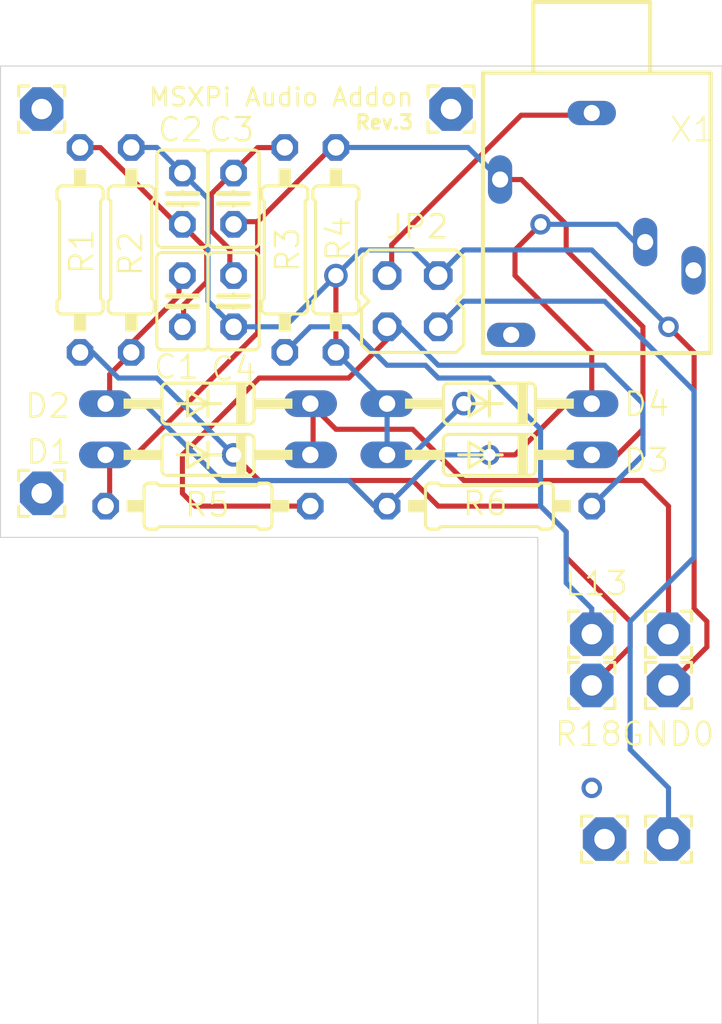
<source format=kicad_pcb>
(kicad_pcb (version 20211014) (generator pcbnew)
  (layers (0 "F.Cu" signal) (31 "B.Cu" signal) (34 "B.Paste" user) (35 "F.Paste" user) (36 "B.SilkS" user "B.Silkscreen") (37 "F.SilkS" user "F.Silkscreen") (38 "B.Mask" user) (39 "F.Mask" user) (44 "Edge.Cuts" user))
  (net 0 "")
  (net 1 "N$1")
  (net 2 "N$3")
  (net 3 "LOUT_R")
  (net 4 "GND")
  (net 5 "N$6")
  (net 6 "N$7")
  (net 7 "LOUT_L")
  (net 8 "VCC")
  (net 9 "N$2")
  (net 10 "N$4")
  (net 11 "N$8")
  (footprint "MSXPi_Audio:1503_09" (layer "F.Cu") (at 160.4136 81.5086)
    (fp_text reference "X1" (at 3.81 2.92) (layer "F.SilkS") (effects (font (size 1.176528 1.176528) (thickness 0.093472)) (justify left)))
    (fp_text value "1503_09" hide)
    (pad "1" thru_hole oval (at 0 2.1 180) (size 2.4 1.2) (drill 0.8) (layers *.Cu *.Mask) (net 11 "N$8"))
    (pad "2" thru_hole oval (at -4.55 5.4 90) (size 2.4 1.2) (drill 0.8) (layers *.Cu *.Mask) (net 7 "LOUT_L"))
    (pad "3" thru_hole oval (at 5.05 9.9 90) (size 2.4 1.2) (drill 0.8) (layers *.Cu *.Mask))
    (pad "4" thru_hole oval (at -4 13.1 180) (size 2.4 1.2) (drill 0.8) (layers *.Cu *.Mask))
    (pad "5" thru_hole oval (at 2.65 8.5 90) (size 2.4 1.2) (drill 0.8) (layers *.Cu *.Mask) (net 3 "LOUT_R"))
  )
  (footprint "MSXPi_Audio:0207_10" (layer "F.Cu") (at 145.1736 90.3986 90)
    (fp_text reference "R3" (at -1.200599 0.136918 90) (layer "F.SilkS") (effects (font (size 1.1557 1.1557) (thickness 0.1143)) (justify left)))
    (fp_text value "")
    (pad "1" thru_hole roundrect (at -5.08 0 90) (size 1.3208 1.3208) (drill 0.8128) (layers *.Cu *.Mask) (chamfer_ratio 0.2928932188) (chamfer top_left top_right bottom_left bottom_right) (net 5 "N$6"))
    (pad "2" thru_hole roundrect (at 5.08 0 90) (size 1.3208 1.3208) (drill 0.8128) (layers *.Cu *.Mask) (chamfer_ratio 0.2928932188) (chamfer top_left top_right bottom_left bottom_right) (net 6 "N$7"))
  )
  (footprint "MSXPi_Audio:DO35-10" (layer "F.Cu") (at 155.3336 100.5586 180)
    (fp_text reference "D3" (at -9.0044 -0.2794) (layer "F.SilkS") (effects (font (size 1.1557 1.1557) (thickness 0.1143)) (justify right)))
    (fp_text value "1N4148DO35-10" hide)
    (pad "A" thru_hole oval (at 5.08 0 180) (size 2.6416 1.3208) (drill 0.8128) (layers *.Cu *.Mask) (net 4 "GND"))
    (pad "C" thru_hole oval (at -5.08 0 180) (size 2.6416 1.3208) (drill 0.8128) (layers *.Cu *.Mask) (net 7 "LOUT_L"))
  )
  (footprint "MSXPi_Audio:DO35-10" (layer "F.Cu") (at 141.3636 100.5586 180)
    (fp_text reference "D1" (at 6.703964 0.148217) (layer "F.SilkS") (effects (font (size 1.1557 1.1557) (thickness 0.1143)) (justify right)))
    (fp_text value "1N4148DO35-10" hide)
    (pad "A" thru_hole oval (at 5.08 0 180) (size 2.6416 1.3208) (drill 0.8128) (layers *.Cu *.Mask) (net 7 "LOUT_L"))
    (pad "C" thru_hole oval (at -5.08 0 180) (size 2.6416 1.3208) (drill 0.8128) (layers *.Cu *.Mask) (net 8 "VCC"))
  )
  (footprint "MSXPi_Audio:DO35-10" (layer "F.Cu") (at 141.3636 98.0186 180)
    (fp_text reference "D2" (at 6.752377 -0.116367) (layer "F.SilkS") (effects (font (size 1.1557 1.1557) (thickness 0.1143)) (justify right)))
    (fp_text value "1N4148DO35-10" hide)
    (pad "A" thru_hole oval (at 5.08 0 180) (size 2.6416 1.3208) (drill 0.8128) (layers *.Cu *.Mask) (net 3 "LOUT_R"))
    (pad "C" thru_hole oval (at -5.08 0 180) (size 2.6416 1.3208) (drill 0.8128) (layers *.Cu *.Mask) (net 8 "VCC"))
  )
  (footprint "MSXPi_Audio:0207_10" (layer "F.Cu") (at 137.5536 90.3986 -90)
    (fp_text reference "R2" (at 1.394251 0.037591 90) (layer "F.SilkS") (effects (font (size 1.1557 1.1557) (thickness 0.1143)) (justify left)))
    (fp_text value "")
    (pad "1" thru_hole roundrect (at -5.08 0 270) (size 1.3208 1.3208) (drill 0.8128) (layers *.Cu *.Mask) (chamfer_ratio 0.2928932188) (chamfer top_left top_right bottom_left bottom_right) (net 4 "GND"))
    (pad "2" thru_hole roundrect (at 5.08 0 270) (size 1.3208 1.3208) (drill 0.8128) (layers *.Cu *.Mask) (chamfer_ratio 0.2928932188) (chamfer top_left top_right bottom_left bottom_right) (net 3 "LOUT_R"))
  )
  (footprint "MSXPi_Audio:0207_10" (layer "F.Cu") (at 141.3636 103.0986)
    (fp_text reference "R5" (at -1.233283 0.603874) (layer "F.SilkS") (effects (font (size 1.143 1.143) (thickness 0.127)) (justify left bottom)))
    (fp_text value "")
    (pad "1" thru_hole roundrect (at -5.08 0) (size 1.3208 1.3208) (drill 0.8128) (layers *.Cu *.Mask) (chamfer_ratio 0.2928932188) (chamfer top_left top_right bottom_left bottom_right) (net 7 "LOUT_L"))
    (pad "2" thru_hole roundrect (at 5.08 0) (size 1.3208 1.3208) (drill 0.8128) (layers *.Cu *.Mask) (chamfer_ratio 0.2928932188) (chamfer top_left top_right bottom_left bottom_right) (net 9 "N$2"))
  )
  (footprint "MSXPi_Audio:0207_10" (layer "F.Cu") (at 147.7136 90.3986 90)
    (fp_text reference "R4" (at 1.7526 0.1144 90) (layer "F.SilkS") (effects (font (size 1.1557 1.1557) (thickness 0.1143)) (justify right)))
    (fp_text value "")
    (pad "1" thru_hole roundrect (at -5.08 0 90) (size 1.3208 1.3208) (drill 0.8128) (layers *.Cu *.Mask) (chamfer_ratio 0.2928932188) (chamfer top_left top_right bottom_left bottom_right) (net 4 "GND"))
    (pad "2" thru_hole roundrect (at 5.08 0 90) (size 1.3208 1.3208) (drill 0.8128) (layers *.Cu *.Mask) (chamfer_ratio 0.2928932188) (chamfer top_left top_right bottom_left bottom_right) (net 7 "LOUT_L"))
  )
  (footprint "MSXPi_Audio:2,15_1,0" (layer "F.Cu") (at 153.4286 83.4136)
    (fp_text reference "UNK5" hide)
    (fp_text value "")
    (pad "1" thru_hole roundrect (at 0 0) (size 2.159 2.159) (drill 1.016) (layers *.Cu *.Mask) (chamfer_ratio 0.2928932188) (chamfer top_left top_right bottom_left bottom_right))
  )
  (footprint "MSXPi_Audio:2,15_1,0" (layer "F.Cu") (at 160.4136 109.4486)
    (fp_text reference "L13" (at -1.4096 -2.5146) (layer "F.SilkS") (effects (font (size 1.1557 1.1557) (thickness 0.1143)) (justify left)))
    (fp_text value "")
    (pad "1" thru_hole roundrect (at 0 0) (size 2.159 2.159) (drill 1.016) (layers *.Cu *.Mask) (chamfer_ratio 0.2928932188) (chamfer top_left top_right bottom_left bottom_right) (net 5 "N$6"))
  )
  (footprint "" (layer "F.Cu") (at 162.3186 123.4186)
    (fp_text reference "@HOLE0" hide)
    (fp_text value "" (at 0 0) (layer "F.SilkS") (effects (font (size 1.27 1.27))))
    (pad "" np_thru_hole circle (at 0 0) (size 3.81 3.81) (drill 3.81) (layers *.Cu *.Mask))
  )
  (footprint "MSXPi_Audio:2,15_1,0" (layer "F.Cu") (at 133.1086 102.4636)
    (fp_text reference "UNK1" hide)
    (fp_text value "")
    (pad "1" thru_hole roundrect (at 0 0) (size 2.159 2.159) (drill 1.016) (layers *.Cu *.Mask) (chamfer_ratio 0.2928932188) (chamfer top_left top_right bottom_left bottom_right))
  )
  (footprint "MSXPi_Audio:2,15_1,0" (layer "F.Cu") (at 160.4136 111.9886)
    (fp_text reference "R18" (at -1.9176 2.413) (layer "F.SilkS") (effects (font (size 1.1557 1.1557) (thickness 0.1143)) (justify left)))
    (fp_text value "")
    (pad "1" thru_hole roundrect (at 0 0) (size 2.159 2.159) (drill 1.016) (layers *.Cu *.Mask) (chamfer_ratio 0.2928932188) (chamfer top_left top_right bottom_left bottom_right) (net 1 "N$1"))
  )
  (footprint "MSXPi_Audio:2,15_1,0" (layer "F.Cu") (at 161.0486 119.6086)
    (fp_text reference "UNK3" hide)
    (fp_text value "")
    (pad "1" thru_hole roundrect (at 0 0) (size 2.159 2.159) (drill 1.016) (layers *.Cu *.Mask) (chamfer_ratio 0.2928932188) (chamfer top_left top_right bottom_left bottom_right))
  )
  (footprint "MSXPi_Audio:JP2Q" (layer "F.Cu") (at 151.5236 92.9386 90)
    (fp_text reference "JP2" (at 3.0226 -1.4096 180) (layer "F.SilkS") (effects (font (size 1.143 1.143) (thickness 0.127)) (justify left bottom)))
    (fp_text value "" hide)
    (pad "1" thru_hole roundrect (at -1.27 1.27 90) (size 1.4224 1.4224) (drill 0.9144) (layers *.Cu *.Mask) (chamfer_ratio 0.2928932188) (chamfer top_left top_right bottom_left bottom_right) (net 10 "N$4"))
    (pad "2" thru_hole roundrect (at -1.27 -1.27 90) (size 1.4224 1.4224) (drill 0.9144) (layers *.Cu *.Mask) (chamfer_ratio 0.2928932188) (chamfer top_left top_right bottom_left bottom_right) (net 9 "N$2"))
    (pad "3" thru_hole roundrect (at 1.27 1.27 90) (size 1.4224 1.4224) (drill 0.9144) (layers *.Cu *.Mask) (chamfer_ratio 0.2928932188) (chamfer top_left top_right bottom_left bottom_right) (net 4 "GND"))
    (pad "4" thru_hole roundrect (at 1.27 -1.27 90) (size 1.4224 1.4224) (drill 0.9144) (layers *.Cu *.Mask) (chamfer_ratio 0.2928932188) (chamfer top_left top_right bottom_left bottom_right) (net 11 "N$8"))
  )
  (footprint "MSXPi_Audio:2,15_1,0" (layer "F.Cu") (at 133.1086 83.4136)
    (fp_text reference "UNK2" hide)
    (fp_text value "")
    (pad "1" thru_hole roundrect (at 0 0) (size 2.159 2.159) (drill 1.016) (layers *.Cu *.Mask) (chamfer_ratio 0.2928932188) (chamfer top_left top_right bottom_left bottom_right))
  )
  (footprint "MSXPi_Audio:2,15_1,0" (layer "F.Cu") (at 164.2236 109.4486)
    (fp_text reference "UNK3V0" hide)
    (fp_text value "")
    (pad "1" thru_hole roundrect (at 0 0) (size 2.159 2.159) (drill 1.016) (layers *.Cu *.Mask) (chamfer_ratio 0.2928932188) (chamfer top_left top_right bottom_left bottom_right) (net 8 "VCC"))
  )
  (footprint "MSXPi_Audio:C025-025X050" (layer "F.Cu") (at 140.0936 87.8586 90)
    (fp_text reference "C2" (at 3.42454 1.101805) (layer "F.SilkS") (effects (font (size 1.1557 1.1557) (thickness 0.1143)) (justify right)))
    (fp_text value "")
    (pad "1" thru_hole roundrect (at -1.27 0 90) (size 1.3208 1.3208) (drill 0.8128) (layers *.Cu *.Mask) (chamfer_ratio 0.2928932188) (chamfer top_left top_right bottom_left bottom_right) (net 2 "N$3"))
    (pad "2" thru_hole roundrect (at 1.27 0 90) (size 1.3208 1.3208) (drill 0.8128) (layers *.Cu *.Mask) (chamfer_ratio 0.2928932188) (chamfer top_left top_right bottom_left bottom_right) (net 4 "GND"))
  )
  (footprint "MSXPi_Audio:0207_10" (layer "F.Cu") (at 155.3336 103.0986)
    (fp_text reference "R6" (at -1.4096 0.5334) (layer "F.SilkS") (effects (font (size 1.143 1.143) (thickness 0.127)) (justify left bottom)))
    (fp_text value "")
    (pad "1" thru_hole roundrect (at -5.08 0) (size 1.3208 1.3208) (drill 0.8128) (layers *.Cu *.Mask) (chamfer_ratio 0.2928932188) (chamfer top_left top_right bottom_left bottom_right) (net 3 "LOUT_R"))
    (pad "2" thru_hole roundrect (at 5.08 0) (size 1.3208 1.3208) (drill 0.8128) (layers *.Cu *.Mask) (chamfer_ratio 0.2928932188) (chamfer top_left top_right bottom_left bottom_right) (net 9 "N$2"))
  )
  (footprint "MSXPi_Audio:0207_10" (layer "F.Cu") (at 135.0136 90.3986 90)
    (fp_text reference "R1" (at 1.12323 0.081754 90) (layer "F.SilkS") (effects (font (size 1.1557 1.1557) (thickness 0.1143)) (justify right)))
    (fp_text value "")
    (pad "1" thru_hole roundrect (at -5.08 0 90) (size 1.3208 1.3208) (drill 0.8128) (layers *.Cu *.Mask) (chamfer_ratio 0.2928932188) (chamfer top_left top_right bottom_left bottom_right) (net 1 "N$1"))
    (pad "2" thru_hole roundrect (at 5.08 0 90) (size 1.3208 1.3208) (drill 0.8128) (layers *.Cu *.Mask) (chamfer_ratio 0.2928932188) (chamfer top_left top_right bottom_left bottom_right) (net 2 "N$3"))
  )
  (footprint "MSXPi_Audio:C025-025X050" (layer "F.Cu") (at 142.6336 92.9386 -90)
    (fp_text reference "C4" (at 3.356669 1.19613) (layer "F.SilkS") (effects (font (size 1.1557 1.1557) (thickness 0.1143)) (justify left)))
    (fp_text value "")
    (pad "1" thru_hole roundrect (at -1.27 0 270) (size 1.3208 1.3208) (drill 0.8128) (layers *.Cu *.Mask) (chamfer_ratio 0.2928932188) (chamfer top_left top_right bottom_left bottom_right) (net 6 "N$7"))
    (pad "2" thru_hole roundrect (at 1.27 0 270) (size 1.3208 1.3208) (drill 0.8128) (layers *.Cu *.Mask) (chamfer_ratio 0.2928932188) (chamfer top_left top_right bottom_left bottom_right) (net 4 "GND"))
  )
  (footprint "MSXPi_Audio:DO35-10" (layer "F.Cu") (at 155.3336 98.0186 180)
    (fp_text reference "D4" (at -9.0044 -0.0254) (layer "F.SilkS") (effects (font (size 1.1557 1.1557) (thickness 0.1143)) (justify right)))
    (fp_text value "1N4148DO35-10" hide)
    (pad "A" thru_hole oval (at 5.08 0 180) (size 2.6416 1.3208) (drill 0.8128) (layers *.Cu *.Mask) (net 4 "GND"))
    (pad "C" thru_hole oval (at -5.08 0 180) (size 2.6416 1.3208) (drill 0.8128) (layers *.Cu *.Mask) (net 3 "LOUT_R"))
  )
  (footprint "MSXPi_Audio:C025-025X050" (layer "F.Cu") (at 140.0936 92.9386 90)
    (fp_text reference "C1" (at -3.259843 0.908152) (layer "F.SilkS") (effects (font (size 1.1557 1.1557) (thickness 0.1143)) (justify right)))
    (fp_text value "")
    (pad "1" thru_hole roundrect (at -1.27 0 90) (size 1.3208 1.3208) (drill 0.8128) (layers *.Cu *.Mask) (chamfer_ratio 0.2928932188) (chamfer top_left top_right bottom_left bottom_right) (net 2 "N$3"))
    (pad "2" thru_hole roundrect (at 1.27 0 90) (size 1.3208 1.3208) (drill 0.8128) (layers *.Cu *.Mask) (chamfer_ratio 0.2928932188) (chamfer top_left top_right bottom_left bottom_right) (net 3 "LOUT_R"))
  )
  (footprint "MSXPi_Audio:2,15_1,0" (layer "F.Cu") (at 164.2236 111.9886)
    (fp_text reference "GND0" (at -2.413 2.413) (layer "F.SilkS") (effects (font (size 1.1557 1.1557) (thickness 0.1143)) (justify left)))
    (fp_text value "")
    (pad "1" thru_hole roundrect (at 0 0) (size 2.159 2.159) (drill 1.016) (layers *.Cu *.Mask) (chamfer_ratio 0.2928932188) (chamfer top_left top_right bottom_left bottom_right) (net 4 "GND"))
  )
  (footprint "MSXPi_Audio:C025-025X050" (layer "F.Cu") (at 142.6336 87.8586 -90)
    (fp_text reference "C3" (at -3.42454 1.292956) (layer "F.SilkS") (effects (font (size 1.1557 1.1557) (thickness 0.1143)) (justify left)))
    (fp_text value "")
    (pad "1" thru_hole roundrect (at -1.27 0 270) (size 1.3208 1.3208) (drill 0.8128) (layers *.Cu *.Mask) (chamfer_ratio 0.2928932188) (chamfer top_left top_right bottom_left bottom_right) (net 6 "N$7"))
    (pad "2" thru_hole roundrect (at 1.27 0 270) (size 1.3208 1.3208) (drill 0.8128) (layers *.Cu *.Mask) (chamfer_ratio 0.2928932188) (chamfer top_left top_right bottom_left bottom_right) (net 7 "LOUT_L"))
  )
  (footprint "MSXPi_Audio:2,15_1,0" (layer "F.Cu") (at 164.2236 119.6086)
    (fp_text reference "SNDIN0" hide)
    (fp_text value "")
    (pad "1" thru_hole roundrect (at 0 0) (size 2.159 2.159) (drill 1.016) (layers *.Cu *.Mask) (chamfer_ratio 0.2928932188) (chamfer top_left top_right bottom_left bottom_right) (net 10 "N$4"))
  )
  (gr_poly (pts (xy 166.878 128.778) (xy 157.734 128.778) (xy 157.734 104.648) (xy 131.064 104.648) (xy 131.064 81.28) (xy 166.878 81.28)) (layer "Edge.Cuts") (width 0.05) (fill none))
  (gr_text "MSXPi Audio Addon" (at 151.638 82.296) (layer "F.SilkS") (effects (font (size 0.9 0.9) (thickness 0.125)) (justify right top)))
  (gr_text "Rev.3" (at 150.114 84.074) (layer "F.SilkS") (effects (font (size 0.7 0.7))))
  (segment (start 162.3186 110.0836) (end 160.4136 111.9886) (width 0.254) (layer "F.Cu") (net 1))
  (segment (start 159.1436 105.6386) (end 162.3186 108.8136) (width 0.254) (layer "F.Cu") (net 1))
  (segment (start 151.5236 101.8286) (end 152.7936 103.0986) (width 0.254) (layer "F.Cu") (net 1))
  (segment (start 159.1436 104.3686) (end 159.1436 105.6386) (width 0.254) (layer "F.Cu") (net 1))
  (segment (start 162.3186 110.0836) (end 162.3186 108.8136) (width 0.254) (layer "F.Cu") (net 1))
  (segment (start 152.7936 103.0986) (end 157.8736 103.0986) (width 0.254) (layer "F.Cu") (net 1))
  (segment (start 143.9036 101.8286) (end 151.5236 101.8286) (width 0.254) (layer "F.Cu") (net 1))
  (segment (start 142.6336 100.5586) (end 143.9036 101.8286) (width 0.254) (layer "F.Cu") (net 1))
  (segment (start 157.8736 103.0986) (end 159.1436 104.3686) (width 0.254) (layer "F.Cu") (net 1))
  (via (at 142.6336 100.5586) (size 1.1684) (drill 0.762) (layers "F.Cu" "B.Cu") (net 1))
  (segment (start 135.0136 95.4786) (end 135.6486 95.4786) (width 0.254) (layer "B.Cu") (net 1))
  (segment (start 136.9186 96.7486) (end 138.8236 96.7486) (width 0.254) (layer "B.Cu") (net 1))
  (segment (start 135.6486 95.4786) (end 136.9186 96.7486) (width 0.254) (layer "B.Cu") (net 1))
  (segment (start 138.8236 96.7486) (end 142.6336 100.5586) (width 0.254) (layer "B.Cu") (net 1))
  (segment (start 139.9246 89.2261) (end 136.0231 85.3246) (width 0.254) (layer "F.Cu") (net 2))
  (segment (start 139.9246 89.2261) (end 140.0936 89.1286) (width 0.254) (layer "F.Cu") (net 2))
  (segment (start 141.3016 90.3736) (end 141.3016 91.9801) (width 0.254) (layer "F.Cu") (net 2))
  (segment (start 135.1051 85.3246) (end 135.0136 85.3186) (width 0.254) (layer "F.Cu") (net 2))
  (segment (start 140.1541 89.2261) (end 141.3016 90.3736) (width 0.254) (layer "F.Cu") (net 2))
  (segment (start 141.3016 91.9801) (end 140.1541 93.1276) (width 0.254) (layer "F.Cu") (net 2))
  (segment (start 140.1541 89.2261) (end 140.0936 89.1286) (width 0.254) (layer "F.Cu") (net 2))
  (segment (start 140.1541 93.1276) (end 140.1541 94.0456) (width 0.254) (layer "F.Cu") (net 2))
  (segment (start 140.1541 94.0456) (end 140.0936 94.2086) (width 0.254) (layer "F.Cu") (net 2))
  (segment (start 136.0231 85.3246) (end 135.1051 85.3246) (width 0.254) (layer "F.Cu") (net 2))
  (segment (start 155.3336 100.5586) (end 156.6036 100.5586) (width 0.254) (layer "F.Cu") (net 3))
  (segment (start 137.6296 95.4226) (end 137.5536 95.4786) (width 0.254) (layer "F.Cu") (net 3))
  (segment (start 156.6036 100.5586) (end 159.1436 98.0186) (width 0.254) (layer "F.Cu") (net 3))
  (segment (start 139.9246 92.6686) (end 139.9246 91.7506) (width 0.254) (layer "F.Cu") (net 3))
  (segment (start 156.6036 91.6686) (end 160.4136 95.4786) (width 0.254) (layer "F.Cu") (net 3))
  (segment (start 137.4001 95.6521) (end 137.5536 95.4786) (width 0.254) (layer "F.Cu") (net 3))
  (segment (start 136.4821 96.5701) (end 136.4821 97.9471) (width 0.254) (layer "F.Cu") (net 3))
  (segment (start 137.4001 95.6521) (end 136.4821 96.5701) (width 0.254) (layer "F.Cu") (net 3))
  (segment (start 157.8736 89.1286) (end 156.6036 90.3986) (width 0.254) (layer "F.Cu") (net 3))
  (segment (start 159.1436 98.0186) (end 160.4136 98.0186) (width 0.254) (layer "F.Cu") (net 3))
  (segment (start 156.6036 90.3986) (end 156.6036 91.6686) (width 0.254) (layer "F.Cu") (net 3))
  (segment (start 139.9246 91.7506) (end 140.0936 91.6686) (width 0.254) (layer "F.Cu") (net 3))
  (segment (start 136.4821 97.9471) (end 136.2836 98.0186) (width 0.254) (layer "F.Cu") (net 3))
  (segment (start 160.4136 95.4786) (end 160.4136 98.0186) (width 0.254) (layer "F.Cu") (net 3))
  (segment (start 137.6296 94.9636) (end 139.9246 92.6686) (width 0.254) (layer "F.Cu") (net 3))
  (segment (start 137.6296 95.4226) (end 137.6296 94.9636) (width 0.254) (layer "F.Cu") (net 3))
  (via (at 155.3336 100.5586) (size 1.016) (drill 0.6096) (layers "F.Cu" "B.Cu") (net 3))
  (via (at 157.8736 89.1286) (size 1.016) (drill 0.6096) (layers "F.Cu" "B.Cu") (net 3))
  (segment (start 149.6186 103.0986) (end 148.3486 101.8286) (width 0.254) (layer "B.Cu") (net 3))
  (segment (start 141.9986 101.8286) (end 138.1886 98.0186) (width 0.254) (layer "B.Cu") (net 3))
  (segment (start 150.2536 103.0986) (end 152.7936 100.5586) (width 0.254) (layer "B.Cu") (net 3))
  (segment (start 148.3486 101.8286) (end 141.9986 101.8286) (width 0.254) (layer "B.Cu") (net 3))
  (segment (start 150.2536 103.0986) (end 149.6186 103.0986) (width 0.254) (layer "B.Cu") (net 3))
  (segment (start 163.0636 90.0086) (end 162.5636 90.0086) (width 0.254) (layer "B.Cu") (net 3))
  (segment (start 152.7936 100.5586) (end 155.3336 100.5586) (width 0.254) (layer "B.Cu") (net 3))
  (segment (start 162.5636 90.0086) (end 161.6836 89.1286) (width 0.254) (layer "B.Cu") (net 3))
  (segment (start 161.6836 89.1286) (end 157.8736 89.1286) (width 0.254) (layer "B.Cu") (net 3))
  (segment (start 138.1886 98.0186) (end 136.2836 98.0186) (width 0.254) (layer "B.Cu") (net 3))
  (segment (start 165.4936 95.4786) (end 164.2236 94.2086) (width 0.254) (layer "F.Cu") (net 4))
  (segment (start 166.1286 110.0836) (end 166.1286 108.8136) (width 0.254) (layer "F.Cu") (net 4))
  (segment (start 147.7136 91.6686) (end 147.7136 95.4786) (width 0.254) (layer "F.Cu") (net 4))
  (segment (start 166.1286 108.8136) (end 165.4936 108.1786) (width 0.254) (layer "F.Cu") (net 4))
  (segment (start 164.2236 111.9886) (end 166.1286 110.0836) (width 0.254) (layer "F.Cu") (net 4))
  (segment (start 165.4936 108.1786) (end 165.4936 95.4786) (width 0.254) (layer "F.Cu") (net 4))
  (via (at 154.0636 98.0186) (size 1.016) (drill 0.6096) (layers "F.Cu" "B.Cu") (net 4))
  (via (at 147.7136 91.6686) (size 1.1684) (drill 0.762) (layers "F.Cu" "B.Cu") (net 4))
  (via (at 154.0636 98.0186) (size 1.1684) (drill 0.762) (layers "F.Cu" "B.Cu") (net 4))
  (via (at 164.2236 94.2086) (size 1.016) (drill 0.6096) (layers "F.Cu" "B.Cu") (net 4))
  (via (at 160.4136 117.0686) (size 1.016) (drill 0.6096) (layers "F.Cu" "B.Cu") (net 4))
  (segment (start 142.6336 94.2086) (end 145.1736 94.2086) (width 0.254) (layer "B.Cu") (net 4))
  (segment (start 141.3636 87.8586) (end 141.3636 92.9386) (width 0.254) (layer "B.Cu") (net 4))
  (segment (start 150.2536 100.5586) (end 150.2536 98.0186) (width 0.254) (layer "B.Cu") (net 4))
  (segment (start 141.3636 92.9386) (end 142.6336 94.2086) (width 0.254) (layer "B.Cu") (net 4))
  (segment (start 147.7136 91.6686) (end 148.9836 90.3986) (width 0.254) (layer "B.Cu") (net 4))
  (segment (start 152.7936 91.6686) (end 151.5236 90.3986) (width 0.254) (layer "B.Cu") (net 4))
  (segment (start 145.1736 94.2086) (end 147.7136 91.6686) (width 0.254) (layer "B.Cu") (net 4))
  (segment (start 151.5236 100.5586) (end 154.0636 98.0186) (width 0.254) (layer "B.Cu") (net 4))
  (segment (start 150.2536 98.0186) (end 147.7136 95.4786) (width 0.254) (layer "B.Cu") (net 4))
  (segment (start 138.8236 85.3186) (end 140.0936 86.5886) (width 0.254) (layer "B.Cu") (net 4))
  (segment (start 151.5236 90.3986) (end 148.9836 90.3986) (width 0.254) (layer "B.Cu") (net 4))
  (segment (start 164.2236 94.2086) (end 160.4136 90.3986) (width 0.254) (layer "B.Cu") (net 4))
  (segment (start 150.2536 100.5586) (end 151.5236 100.5586) (width 0.254) (layer "B.Cu") (net 4))
  (segment (start 160.4136 90.3986) (end 154.0636 90.3986) (width 0.254) (layer "B.Cu") (net 4))
  (segment (start 140.0936 86.5886) (end 141.3636 87.8586) (width 0.254) (layer "B.Cu") (net 4))
  (segment (start 154.0636 90.3986) (end 152.7936 91.6686) (width 0.254) (layer "B.Cu") (net 4))
  (segment (start 137.5536 85.3186) (end 138.8236 85.3186) (width 0.254) (layer "B.Cu") (net 4))
  (segment (start 146.4436 94.2086) (end 145.1736 95.4786) (width 0.254) (layer "B.Cu") (net 5))
  (segment (start 150.2536 96.1136) (end 148.3486 94.2086) (width 0.254) (layer "B.Cu") (net 5))
  (segment (start 157.8736 99.2886) (end 157.8736 103.0986) (width 0.254) (layer "B.Cu") (net 5))
  (segment (start 155.3336 96.7486) (end 157.8736 99.2886) (width 0.254) (layer "B.Cu") (net 5))
  (segment (start 160.4136 108.1786) (end 159.1436 106.9086) (width 0.254) (layer "B.Cu") (net 5))
  (segment (start 152.1586 96.1136) (end 150.2536 96.1136) (width 0.254) (layer "B.Cu") (net 5))
  (segment (start 159.1436 106.9086) (end 159.1436 104.3686) (width 0.254) (layer "B.Cu") (net 5))
  (segment (start 152.7936 96.7486) (end 155.3336 96.7486) (width 0.254) (layer "B.Cu") (net 5))
  (segment (start 148.3486 94.2086) (end 146.4436 94.2086) (width 0.254) (layer "B.Cu") (net 5))
  (segment (start 160.4136 109.4486) (end 160.4136 108.1786) (width 0.254) (layer "B.Cu") (net 5))
  (segment (start 152.1586 96.1136) (end 152.7936 96.7486) (width 0.254) (layer "B.Cu") (net 5))
  (segment (start 157.8736 103.0986) (end 159.1436 104.3686) (width 0.254) (layer "B.Cu") (net 5))
  (segment (start 141.5311 89.4556) (end 142.4491 90.3736) (width 0.254) (layer "F.Cu") (net 6))
  (segment (start 142.4491 91.5211) (end 142.6336 91.6686) (width 0.254) (layer "F.Cu") (net 6))
  (segment (start 143.8261 85.3246) (end 144.9736 85.3246) (width 0.254) (layer "F.Cu") (net 6))
  (segment (start 142.6786 86.4721) (end 143.8261 85.3246) (width 0.254) (layer "F.Cu") (net 6))
  (segment (start 144.9736 85.3246) (end 145.1736 85.3186) (width 0.254) (layer "F.Cu") (net 6))
  (segment (start 142.6786 86.4721) (end 142.6336 86.5886) (width 0.254) (layer "F.Cu") (net 6))
  (segment (start 142.4491 86.7016) (end 141.5311 87.6196) (width 0.254) (layer "F.Cu") (net 6))
  (segment (start 142.4491 90.3736) (end 142.4491 91.5211) (width 0.254) (layer "F.Cu") (net 6))
  (segment (start 142.4491 86.7016) (end 142.6336 86.5886) (width 0.254) (layer "F.Cu") (net 6))
  (segment (start 141.5311 87.6196) (end 141.5311 89.4556) (width 0.254) (layer "F.Cu") (net 6))
  (segment (start 137.8591 100.4716) (end 136.4821 100.4716) (width 0.254) (layer "F.Cu") (net 7))
  (segment (start 142.6786 88.9966) (end 142.6336 89.1286) (width 0.254) (layer "F.Cu") (net 7))
  (segment (start 159.1436 89.1286) (end 159.1436 90.3986) (width 0.254) (layer "F.Cu") (net 7))
  (segment (start 162.9536 94.2086) (end 162.9536 99.2886) (width 0.254) (layer "F.Cu") (net 7))
  (segment (start 159.1436 90.3986) (end 162.9536 94.2086) (width 0.254) (layer "F.Cu") (net 7))
  (segment (start 147.4981 85.3246) (end 143.8261 88.9966) (width 0.254) (layer "F.Cu") (net 7))
  (segment (start 136.4821 100.7011) (end 136.2836 100.5586) (width 0.254) (layer "F.Cu") (net 7))
  (segment (start 143.8261 88.9966) (end 143.8261 94.5046) (width 0.254) (layer "F.Cu") (net 7))
  (segment (start 143.8261 94.5046) (end 137.8591 100.4716) (width 0.254) (layer "F.Cu") (net 7))
  (segment (start 160.3501 100.4716) (end 160.4136 100.5586) (width 0.254) (layer "F.Cu") (net 7))
  (segment (start 156.9236 86.9086) (end 159.1436 89.1286) (width 0.254) (layer "F.Cu") (net 7))
  (segment (start 136.4821 100.4716) (end 136.2836 100.5586) (width 0.254) (layer "F.Cu") (net 7))
  (segment (start 162.9536 99.2886) (end 161.6836 100.5586) (width 0.254) (layer "F.Cu") (net 7))
  (segment (start 155.8636 86.9086) (end 156.9236 86.9086) (width 0.254) (layer "F.Cu") (net 7))
  (segment (start 161.6836 100.5586) (end 160.4136 100.5586) (width 0.254) (layer "F.Cu") (net 7))
  (segment (start 136.4821 102.9961) (end 136.2836 103.0986) (width 0.254) (layer "F.Cu") (net 7))
  (segment (start 147.4981 85.3246) (end 147.7136 85.3186) (width 0.254) (layer "F.Cu") (net 7))
  (segment (start 136.4821 100.7011) (end 136.4821 102.9961) (width 0.254) (layer "F.Cu") (net 7))
  (segment (start 143.8261 88.9966) (end 142.6786 88.9966) (width 0.254) (layer "F.Cu") (net 7))
  (segment (start 147.7136 85.3186) (end 154.2736 85.3186) (width 0.254) (layer "B.Cu") (net 7))
  (segment (start 154.2736 85.3186) (end 155.8636 86.9086) (width 0.254) (layer "B.Cu") (net 7))
  (segment (start 147.7136 99.2886) (end 146.4436 98.0186) (width 0.254) (layer "F.Cu") (net 8))
  (segment (start 146.5801 100.4716) (end 146.4436 100.5586) (width 0.254) (layer "F.Cu") (net 8))
  (segment (start 151.5236 99.2886) (end 147.7136 99.2886) (width 0.254) (layer "F.Cu") (net 8))
  (segment (start 164.2236 109.4486) (end 164.2236 103.0986) (width 0.254) (layer "F.Cu") (net 8))
  (segment (start 154.0636 101.8286) (end 151.5236 99.2886) (width 0.254) (layer "F.Cu") (net 8))
  (segment (start 146.5801 98.1766) (end 146.5801 100.4716) (width 0.254) (layer "F.Cu") (net 8))
  (segment (start 162.9536 101.8286) (end 154.0636 101.8286) (width 0.254) (layer "F.Cu") (net 8))
  (segment (start 146.5801 98.1766) (end 146.4436 98.0186) (width 0.254) (layer "F.Cu") (net 8))
  (segment (start 164.2236 103.0986) (end 162.9536 101.8286) (width 0.254) (layer "F.Cu") (net 8))
  (segment (start 150.2536 94.2086) (end 150.2536 94.8436) (width 0.254) (layer "F.Cu") (net 9))
  (segment (start 148.3486 96.7486) (end 143.9036 96.7486) (width 0.254) (layer "F.Cu") (net 9))
  (segment (start 140.0936 100.5586) (end 140.0936 102.4636) (width 0.254) (layer "F.Cu") (net 9))
  (segment (start 150.2536 94.8436) (end 148.3486 96.7486) (width 0.254) (layer "F.Cu") (net 9))
  (segment (start 143.9036 96.7486) (end 140.0936 100.5586) (width 0.254) (layer "F.Cu") (net 9))
  (segment (start 140.0936 102.4636) (end 140.7286 103.0986) (width 0.254) (layer "F.Cu") (net 9))
  (segment (start 140.7286 103.0986) (end 146.4436 103.0986) (width 0.254) (layer "F.Cu") (net 9))
  (segment (start 161.0486 96.1136) (end 162.9536 98.0186) (width 0.254) (layer "B.Cu") (net 9))
  (segment (start 162.9536 98.0186) (end 162.9536 100.5586) (width 0.254) (layer "B.Cu") (net 9))
  (segment (start 152.7936 96.1136) (end 161.0486 96.1136) (width 0.254) (layer "B.Cu") (net 9))
  (segment (start 160.4136 103.0986) (end 162.9536 100.5586) (width 0.254) (layer "B.Cu") (net 9))
  (segment (start 150.2536 94.2086) (end 150.8886 94.2086) (width 0.254) (layer "B.Cu") (net 9))
  (segment (start 150.8886 94.2086) (end 152.7936 96.1136) (width 0.254) (layer "B.Cu") (net 9))
  (segment (start 164.2236 117.0686) (end 162.3186 115.1636) (width 0.254) (layer "B.Cu") (net 10))
  (segment (start 161.0486 92.9386) (end 165.4936 97.3836) (width 0.254) (layer "B.Cu") (net 10))
  (segment (start 164.2236 119.6086) (end 164.2236 117.0686) (width 0.254) (layer "B.Cu") (net 10))
  (segment (start 165.4936 105.6386) (end 162.3186 108.8136) (width 0.254) (layer "B.Cu") (net 10))
  (segment (start 154.0636 92.9386) (end 161.0486 92.9386) (width 0.254) (layer "B.Cu") (net 10))
  (segment (start 162.3186 108.8136) (end 162.3186 115.1636) (width 0.254) (layer "B.Cu") (net 10))
  (segment (start 152.7936 94.2086) (end 154.0636 92.9386) (width 0.254) (layer "B.Cu") (net 10))
  (segment (start 165.4936 97.3836) (end 165.4936 105.6386) (width 0.254) (layer "B.Cu") (net 10))
  (segment (start 150.4816 91.5211) (end 150.4816 90.1441) (width 0.254) (layer "F.Cu") (net 11))
  (segment (start 150.4816 91.5211) (end 150.2536 91.6686) (width 0.254) (layer "F.Cu") (net 11))
  (segment (start 150.4816 90.1441) (end 156.9076 83.7181) (width 0.254) (layer "F.Cu") (net 11))
  (segment (start 156.9076 83.7181) (end 160.3501 83.7181) (width 0.254) (layer "F.Cu") (net 11))
  (segment (start 160.3501 83.7181) (end 160.4136 83.6086) (width 0.254) (layer "F.Cu") (net 11))
)
</source>
